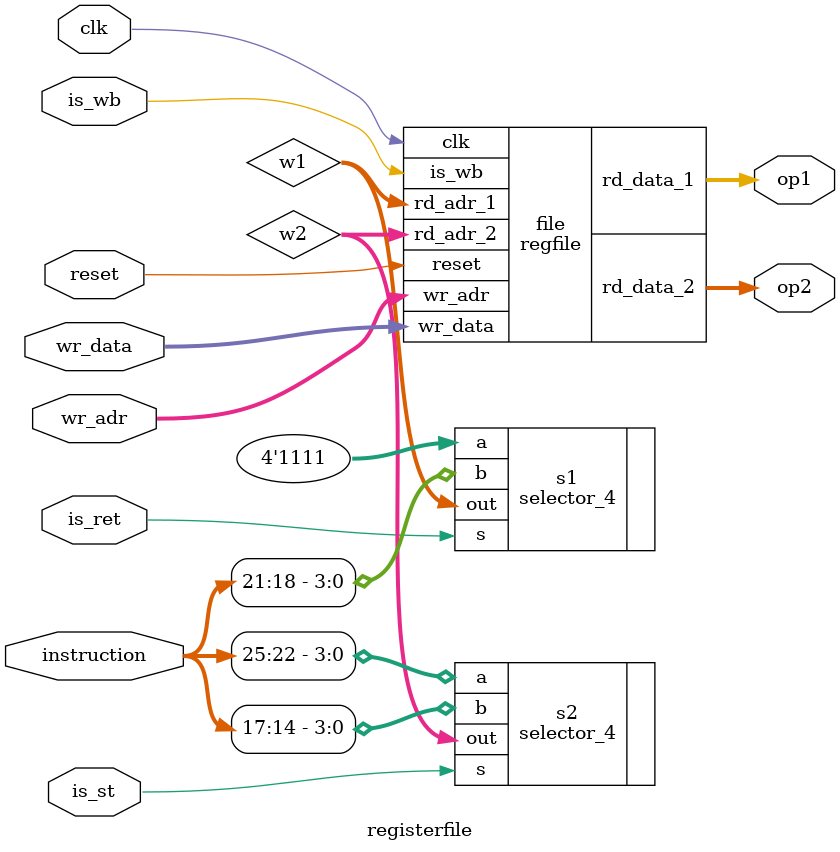
<source format=v>
module regfile(
  input clk,
  input is_wb,
  input reset,
  input [31:0] wr_data,
  output [31:0] rd_data_1,
  output [31:0] rd_data_2,
  input [3:0] rd_adr_1,
  input [3:0] rd_adr_2,
  input [3:0] wr_adr
);
  integer k;
  reg [31:0] reg_file[0:15];
  assign rd_data_1 = reg_file[rd_adr_1];
  assign rd_data_2 = reg_file[rd_adr_2];
  
  always @(posedge clk or posedge reset) begin
      if (reset) begin
          for (k = 0; k < 16; k = k + 1) begin
          if(k==2)
          begin 
              reg_file[k] <= 32'h00000005;
           end 
           else 
           begin 
            reg_file[k] <= 32'h00000001;
            end 
          end
      end else begin
          if (is_wb)
              reg_file[wr_adr] <= wr_data;
      end
  end
endmodule

// selector module

// regbank module
module registerfile(
  input is_ret,
  input is_st,
  input clk,
  input [31:0] instruction,
  input is_wb,
  input [31:0] wr_data,
  output [31:0] op1,
  output [31:0] op2,
  input [3:0] wr_adr,
  input reset
);
  wire [3:0] w1, w2;

  selector_4 s1( // for is_ret
      .s(is_ret),
      .a(4'b1111),
      .b(instruction[21:18]),
      .out(w1)
  );
  selector_4 s2(//for is_st
      .s(is_st),
      .a(instruction[25:22]),
      .b(instruction[17:14]),
      .out(w2)
  );

  regfile file(
      .clk(clk),
      .reset(reset),
      .is_wb(is_wb),
      .wr_data(wr_data),
      .wr_adr(wr_adr),
      .rd_data_1(op1),
      .rd_data_2(op2),
      .rd_adr_1(w1),
      .rd_adr_2(w2)
  );
endmodule

</source>
